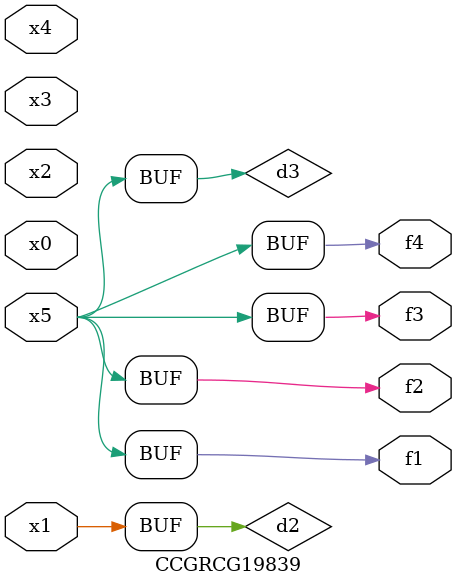
<source format=v>
module CCGRCG19839(
	input x0, x1, x2, x3, x4, x5,
	output f1, f2, f3, f4
);

	wire d1, d2, d3;

	not (d1, x5);
	or (d2, x1);
	xnor (d3, d1);
	assign f1 = d3;
	assign f2 = d3;
	assign f3 = d3;
	assign f4 = d3;
endmodule

</source>
